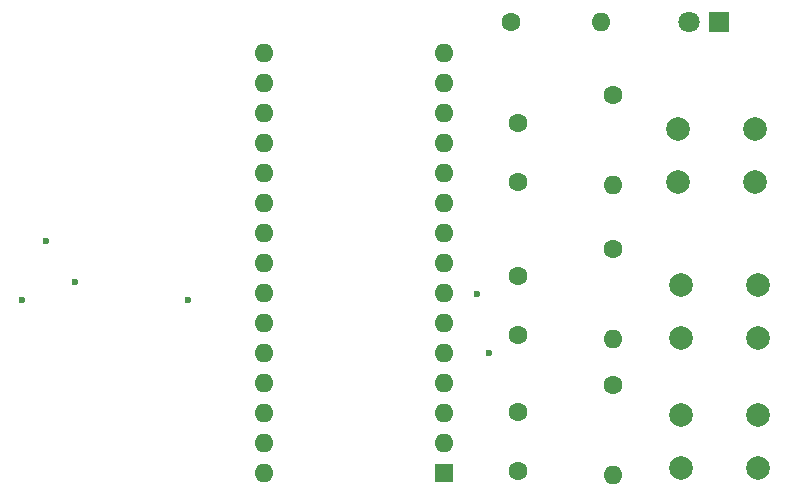
<source format=gbr>
%TF.GenerationSoftware,KiCad,Pcbnew,9.0.1*%
%TF.CreationDate,2025-04-21T23:45:21+05:30*%
%TF.ProjectId,L-1,4c2d312e-6b69-4636-9164-5f7063625858,rev?*%
%TF.SameCoordinates,Original*%
%TF.FileFunction,Copper,L2,Inr*%
%TF.FilePolarity,Positive*%
%FSLAX46Y46*%
G04 Gerber Fmt 4.6, Leading zero omitted, Abs format (unit mm)*
G04 Created by KiCad (PCBNEW 9.0.1) date 2025-04-21 23:45:21*
%MOMM*%
%LPD*%
G01*
G04 APERTURE LIST*
%TA.AperFunction,ComponentPad*%
%ADD10C,1.800000*%
%TD*%
%TA.AperFunction,ComponentPad*%
%ADD11R,1.800000X1.800000*%
%TD*%
%TA.AperFunction,ComponentPad*%
%ADD12C,1.600000*%
%TD*%
%TA.AperFunction,ComponentPad*%
%ADD13C,2.000000*%
%TD*%
%TA.AperFunction,ComponentPad*%
%ADD14O,1.600000X1.600000*%
%TD*%
%TA.AperFunction,ComponentPad*%
%ADD15R,1.600000X1.600000*%
%TD*%
%TA.AperFunction,ViaPad*%
%ADD16C,0.600000*%
%TD*%
G04 APERTURE END LIST*
D10*
%TO.N,Net-(D1-A)*%
%TO.C,D1*%
X140460000Y-62000000D03*
D11*
%TO.N,GND*%
X143000000Y-62000000D03*
%TD*%
D12*
%TO.N,GND*%
%TO.C,C2*%
X126000000Y-83500000D03*
%TO.N,Net-(A1-D3)*%
X126000000Y-88500000D03*
%TD*%
D13*
%TO.N,GND*%
%TO.C,SW3*%
X139750000Y-95250000D03*
X146250000Y-95250000D03*
%TO.N,Net-(A1-D4)*%
X139750000Y-99750000D03*
X146250000Y-99750000D03*
%TD*%
%TO.N,GND*%
%TO.C,SW2*%
X139750000Y-84250000D03*
X146250000Y-84250000D03*
%TO.N,Net-(A1-D3)*%
X139750000Y-88750000D03*
X146250000Y-88750000D03*
%TD*%
%TO.N,GND*%
%TO.C,SW1*%
X139500000Y-71000000D03*
X146000000Y-71000000D03*
%TO.N,Net-(A1-D2)*%
X139500000Y-75500000D03*
X146000000Y-75500000D03*
%TD*%
D12*
%TO.N,Net-(A1-D12)*%
%TO.C,R4*%
X125380000Y-62000000D03*
D14*
%TO.N,Net-(D1-A)*%
X133000000Y-62000000D03*
%TD*%
D12*
%TO.N,+5V*%
%TO.C,R3*%
X134000000Y-92690000D03*
D14*
%TO.N,Net-(A1-D4)*%
X134000000Y-100310000D03*
%TD*%
D12*
%TO.N,+5V*%
%TO.C,R2*%
X134000000Y-81190000D03*
D14*
%TO.N,Net-(A1-D3)*%
X134000000Y-88810000D03*
%TD*%
D12*
%TO.N,+5V*%
%TO.C,R1*%
X134000000Y-68190000D03*
D14*
%TO.N,Net-(A1-D2)*%
X134000000Y-75810000D03*
%TD*%
D12*
%TO.N,Net-(A1-D4)*%
%TO.C,C3*%
X126000000Y-100000000D03*
%TO.N,GND*%
X126000000Y-95000000D03*
%TD*%
%TO.N,Net-(A1-D2)*%
%TO.C,C1*%
X126000000Y-75500000D03*
%TO.N,GND*%
X126000000Y-70500000D03*
%TD*%
D15*
%TO.N,unconnected-(A1-D1{slash}TX-Pad1)*%
%TO.C,A1*%
X119740000Y-100200000D03*
D14*
%TO.N,unconnected-(A1-D0{slash}RX-Pad2)*%
X119740000Y-97660000D03*
%TO.N,unconnected-(A1-~{RESET}-Pad3)*%
X119740000Y-95120000D03*
%TO.N,GND*%
X119740000Y-92580000D03*
%TO.N,Net-(A1-D2)*%
X119740000Y-90040000D03*
%TO.N,Net-(A1-D3)*%
X119740000Y-87500000D03*
%TO.N,Net-(A1-D4)*%
X119740000Y-84960000D03*
%TO.N,unconnected-(A1-D5-Pad8)*%
X119740000Y-82420000D03*
%TO.N,unconnected-(A1-D6-Pad9)*%
X119740000Y-79880000D03*
%TO.N,unconnected-(A1-D7-Pad10)*%
X119740000Y-77340000D03*
%TO.N,unconnected-(A1-D8-Pad11)*%
X119740000Y-74800000D03*
%TO.N,unconnected-(A1-D9-Pad12)*%
X119740000Y-72260000D03*
%TO.N,unconnected-(A1-D10-Pad13)*%
X119740000Y-69720000D03*
%TO.N,unconnected-(A1-D11-Pad14)*%
X119740000Y-67180000D03*
%TO.N,Net-(A1-D12)*%
X119740000Y-64640000D03*
%TO.N,unconnected-(A1-D13-Pad16)*%
X104500000Y-64640000D03*
%TO.N,unconnected-(A1-3V3-Pad17)*%
X104500000Y-67180000D03*
%TO.N,unconnected-(A1-AREF-Pad18)*%
X104500000Y-69720000D03*
%TO.N,unconnected-(A1-A0-Pad19)*%
X104500000Y-72260000D03*
%TO.N,unconnected-(A1-A1-Pad20)*%
X104500000Y-74800000D03*
%TO.N,unconnected-(A1-A2-Pad21)*%
X104500000Y-77340000D03*
%TO.N,unconnected-(A1-A3-Pad22)*%
X104500000Y-79880000D03*
%TO.N,Net-(A1-A4)*%
X104500000Y-82420000D03*
%TO.N,Net-(A1-A5)*%
X104500000Y-84960000D03*
%TO.N,unconnected-(A1-A6-Pad25)*%
X104500000Y-87500000D03*
%TO.N,unconnected-(A1-A7-Pad26)*%
X104500000Y-90040000D03*
%TO.N,+5V*%
X104500000Y-92580000D03*
%TO.N,unconnected-(A1-~{RESET}-Pad28)*%
X104500000Y-95120000D03*
%TO.N,GND*%
X104500000Y-97660000D03*
%TO.N,unconnected-(A1-VIN-Pad30)*%
X104500000Y-100200000D03*
%TD*%
D16*
%TO.N,+5V*%
X98000000Y-85500000D03*
X84000000Y-85500000D03*
%TO.N,Net-(A1-A5)*%
X88500000Y-84000000D03*
%TO.N,Net-(A1-A4)*%
X86000000Y-80500000D03*
%TO.N,Net-(A1-D4)*%
X122500000Y-85000000D03*
%TO.N,Net-(A1-D2)*%
X126000000Y-75500000D03*
X123500000Y-90000000D03*
%TD*%
M02*

</source>
